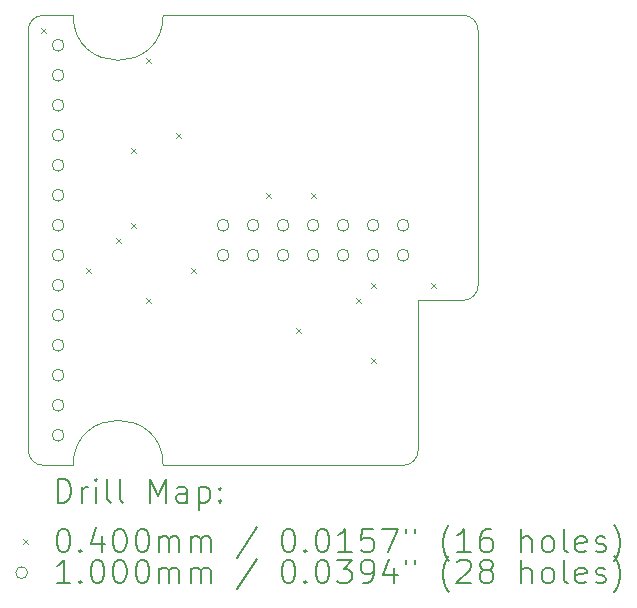
<source format=gbr>
%TF.GenerationSoftware,KiCad,Pcbnew,(6.0.9)*%
%TF.CreationDate,2022-11-19T16:43:42+01:00*%
%TF.ProjectId,Display Adapter,44697370-6c61-4792-9041-646170746572,V1.0*%
%TF.SameCoordinates,Original*%
%TF.FileFunction,Drillmap*%
%TF.FilePolarity,Positive*%
%FSLAX45Y45*%
G04 Gerber Fmt 4.5, Leading zero omitted, Abs format (unit mm)*
G04 Created by KiCad (PCBNEW (6.0.9)) date 2022-11-19 16:43:42*
%MOMM*%
%LPD*%
G01*
G04 APERTURE LIST*
%ADD10C,0.100000*%
%ADD11C,0.200000*%
%ADD12C,0.040000*%
G04 APERTURE END LIST*
D10*
X13335000Y-8382000D02*
G75*
G03*
X14097000Y-8382000I381000J0D01*
G01*
X12954000Y-12065000D02*
G75*
G03*
X13081000Y-12192000I127000J0D01*
G01*
X16637000Y-10795000D02*
X16256000Y-10795000D01*
X13081000Y-8382000D02*
G75*
G03*
X12954000Y-8509000I0J-127000D01*
G01*
X16764000Y-8509000D02*
G75*
G03*
X16637000Y-8382000I-127000J0D01*
G01*
X14097000Y-8382000D02*
X16637000Y-8382000D01*
X14097000Y-12192000D02*
G75*
G03*
X13335000Y-12192000I-381000J0D01*
G01*
X16764000Y-8509000D02*
X16764000Y-10668000D01*
X12954000Y-12065000D02*
X12954000Y-8509000D01*
X16129000Y-12192000D02*
X14097000Y-12192000D01*
X13335000Y-8382000D02*
X13081000Y-8382000D01*
X13335000Y-12192000D02*
X13081000Y-12192000D01*
X16256000Y-12065000D02*
X16256000Y-10795000D01*
X16637000Y-10795000D02*
G75*
G03*
X16764000Y-10668000I0J127000D01*
G01*
X16129000Y-12192000D02*
G75*
G03*
X16256000Y-12065000I0J127000D01*
G01*
D11*
D12*
X13061000Y-8489000D02*
X13101000Y-8529000D01*
X13101000Y-8489000D02*
X13061000Y-8529000D01*
X13442000Y-10521000D02*
X13482000Y-10561000D01*
X13482000Y-10521000D02*
X13442000Y-10561000D01*
X13696000Y-10267000D02*
X13736000Y-10307000D01*
X13736000Y-10267000D02*
X13696000Y-10307000D01*
X13823000Y-9505000D02*
X13863000Y-9545000D01*
X13863000Y-9505000D02*
X13823000Y-9545000D01*
X13823000Y-10140000D02*
X13863000Y-10180000D01*
X13863000Y-10140000D02*
X13823000Y-10180000D01*
X13950000Y-8743000D02*
X13990000Y-8783000D01*
X13990000Y-8743000D02*
X13950000Y-8783000D01*
X13950000Y-10775000D02*
X13990000Y-10815000D01*
X13990000Y-10775000D02*
X13950000Y-10815000D01*
X14204000Y-9378000D02*
X14244000Y-9418000D01*
X14244000Y-9378000D02*
X14204000Y-9418000D01*
X14331000Y-10521000D02*
X14371000Y-10561000D01*
X14371000Y-10521000D02*
X14331000Y-10561000D01*
X14966000Y-9886000D02*
X15006000Y-9926000D01*
X15006000Y-9886000D02*
X14966000Y-9926000D01*
X15220000Y-11029000D02*
X15260000Y-11069000D01*
X15260000Y-11029000D02*
X15220000Y-11069000D01*
X15347000Y-9886000D02*
X15387000Y-9926000D01*
X15387000Y-9886000D02*
X15347000Y-9926000D01*
X15728000Y-10775000D02*
X15768000Y-10815000D01*
X15768000Y-10775000D02*
X15728000Y-10815000D01*
X15855000Y-10648000D02*
X15895000Y-10688000D01*
X15895000Y-10648000D02*
X15855000Y-10688000D01*
X15855000Y-11283000D02*
X15895000Y-11323000D01*
X15895000Y-11283000D02*
X15855000Y-11323000D01*
X16363000Y-10648000D02*
X16403000Y-10688000D01*
X16403000Y-10648000D02*
X16363000Y-10688000D01*
D10*
X13258000Y-8636000D02*
G75*
G03*
X13258000Y-8636000I-50000J0D01*
G01*
X13258000Y-8890000D02*
G75*
G03*
X13258000Y-8890000I-50000J0D01*
G01*
X13258000Y-9144000D02*
G75*
G03*
X13258000Y-9144000I-50000J0D01*
G01*
X13258000Y-9398000D02*
G75*
G03*
X13258000Y-9398000I-50000J0D01*
G01*
X13258000Y-9652000D02*
G75*
G03*
X13258000Y-9652000I-50000J0D01*
G01*
X13258000Y-9906000D02*
G75*
G03*
X13258000Y-9906000I-50000J0D01*
G01*
X13258000Y-10160000D02*
G75*
G03*
X13258000Y-10160000I-50000J0D01*
G01*
X13258000Y-10414000D02*
G75*
G03*
X13258000Y-10414000I-50000J0D01*
G01*
X13258000Y-10668000D02*
G75*
G03*
X13258000Y-10668000I-50000J0D01*
G01*
X13258000Y-10922000D02*
G75*
G03*
X13258000Y-10922000I-50000J0D01*
G01*
X13258000Y-11176000D02*
G75*
G03*
X13258000Y-11176000I-50000J0D01*
G01*
X13258000Y-11430000D02*
G75*
G03*
X13258000Y-11430000I-50000J0D01*
G01*
X13258000Y-11684000D02*
G75*
G03*
X13258000Y-11684000I-50000J0D01*
G01*
X13258000Y-11938000D02*
G75*
G03*
X13258000Y-11938000I-50000J0D01*
G01*
X14655000Y-10160000D02*
G75*
G03*
X14655000Y-10160000I-50000J0D01*
G01*
X14655000Y-10414000D02*
G75*
G03*
X14655000Y-10414000I-50000J0D01*
G01*
X14909000Y-10160000D02*
G75*
G03*
X14909000Y-10160000I-50000J0D01*
G01*
X14909000Y-10414000D02*
G75*
G03*
X14909000Y-10414000I-50000J0D01*
G01*
X15163000Y-10160000D02*
G75*
G03*
X15163000Y-10160000I-50000J0D01*
G01*
X15163000Y-10414000D02*
G75*
G03*
X15163000Y-10414000I-50000J0D01*
G01*
X15417000Y-10160000D02*
G75*
G03*
X15417000Y-10160000I-50000J0D01*
G01*
X15417000Y-10414000D02*
G75*
G03*
X15417000Y-10414000I-50000J0D01*
G01*
X15671000Y-10160000D02*
G75*
G03*
X15671000Y-10160000I-50000J0D01*
G01*
X15671000Y-10414000D02*
G75*
G03*
X15671000Y-10414000I-50000J0D01*
G01*
X15925000Y-10160000D02*
G75*
G03*
X15925000Y-10160000I-50000J0D01*
G01*
X15925000Y-10414000D02*
G75*
G03*
X15925000Y-10414000I-50000J0D01*
G01*
X16179000Y-10160000D02*
G75*
G03*
X16179000Y-10160000I-50000J0D01*
G01*
X16179000Y-10414000D02*
G75*
G03*
X16179000Y-10414000I-50000J0D01*
G01*
D11*
X13206619Y-12507476D02*
X13206619Y-12307476D01*
X13254238Y-12307476D01*
X13282809Y-12317000D01*
X13301857Y-12336048D01*
X13311381Y-12355095D01*
X13320905Y-12393190D01*
X13320905Y-12421762D01*
X13311381Y-12459857D01*
X13301857Y-12478905D01*
X13282809Y-12497952D01*
X13254238Y-12507476D01*
X13206619Y-12507476D01*
X13406619Y-12507476D02*
X13406619Y-12374143D01*
X13406619Y-12412238D02*
X13416143Y-12393190D01*
X13425667Y-12383667D01*
X13444714Y-12374143D01*
X13463762Y-12374143D01*
X13530428Y-12507476D02*
X13530428Y-12374143D01*
X13530428Y-12307476D02*
X13520905Y-12317000D01*
X13530428Y-12326524D01*
X13539952Y-12317000D01*
X13530428Y-12307476D01*
X13530428Y-12326524D01*
X13654238Y-12507476D02*
X13635190Y-12497952D01*
X13625667Y-12478905D01*
X13625667Y-12307476D01*
X13759000Y-12507476D02*
X13739952Y-12497952D01*
X13730428Y-12478905D01*
X13730428Y-12307476D01*
X13987571Y-12507476D02*
X13987571Y-12307476D01*
X14054238Y-12450333D01*
X14120905Y-12307476D01*
X14120905Y-12507476D01*
X14301857Y-12507476D02*
X14301857Y-12402714D01*
X14292333Y-12383667D01*
X14273286Y-12374143D01*
X14235190Y-12374143D01*
X14216143Y-12383667D01*
X14301857Y-12497952D02*
X14282809Y-12507476D01*
X14235190Y-12507476D01*
X14216143Y-12497952D01*
X14206619Y-12478905D01*
X14206619Y-12459857D01*
X14216143Y-12440809D01*
X14235190Y-12431286D01*
X14282809Y-12431286D01*
X14301857Y-12421762D01*
X14397095Y-12374143D02*
X14397095Y-12574143D01*
X14397095Y-12383667D02*
X14416143Y-12374143D01*
X14454238Y-12374143D01*
X14473286Y-12383667D01*
X14482809Y-12393190D01*
X14492333Y-12412238D01*
X14492333Y-12469381D01*
X14482809Y-12488428D01*
X14473286Y-12497952D01*
X14454238Y-12507476D01*
X14416143Y-12507476D01*
X14397095Y-12497952D01*
X14578048Y-12488428D02*
X14587571Y-12497952D01*
X14578048Y-12507476D01*
X14568524Y-12497952D01*
X14578048Y-12488428D01*
X14578048Y-12507476D01*
X14578048Y-12383667D02*
X14587571Y-12393190D01*
X14578048Y-12402714D01*
X14568524Y-12393190D01*
X14578048Y-12383667D01*
X14578048Y-12402714D01*
D12*
X12909000Y-12817000D02*
X12949000Y-12857000D01*
X12949000Y-12817000D02*
X12909000Y-12857000D01*
D11*
X13244714Y-12727476D02*
X13263762Y-12727476D01*
X13282809Y-12737000D01*
X13292333Y-12746524D01*
X13301857Y-12765571D01*
X13311381Y-12803667D01*
X13311381Y-12851286D01*
X13301857Y-12889381D01*
X13292333Y-12908428D01*
X13282809Y-12917952D01*
X13263762Y-12927476D01*
X13244714Y-12927476D01*
X13225667Y-12917952D01*
X13216143Y-12908428D01*
X13206619Y-12889381D01*
X13197095Y-12851286D01*
X13197095Y-12803667D01*
X13206619Y-12765571D01*
X13216143Y-12746524D01*
X13225667Y-12737000D01*
X13244714Y-12727476D01*
X13397095Y-12908428D02*
X13406619Y-12917952D01*
X13397095Y-12927476D01*
X13387571Y-12917952D01*
X13397095Y-12908428D01*
X13397095Y-12927476D01*
X13578048Y-12794143D02*
X13578048Y-12927476D01*
X13530428Y-12717952D02*
X13482809Y-12860809D01*
X13606619Y-12860809D01*
X13720905Y-12727476D02*
X13739952Y-12727476D01*
X13759000Y-12737000D01*
X13768524Y-12746524D01*
X13778048Y-12765571D01*
X13787571Y-12803667D01*
X13787571Y-12851286D01*
X13778048Y-12889381D01*
X13768524Y-12908428D01*
X13759000Y-12917952D01*
X13739952Y-12927476D01*
X13720905Y-12927476D01*
X13701857Y-12917952D01*
X13692333Y-12908428D01*
X13682809Y-12889381D01*
X13673286Y-12851286D01*
X13673286Y-12803667D01*
X13682809Y-12765571D01*
X13692333Y-12746524D01*
X13701857Y-12737000D01*
X13720905Y-12727476D01*
X13911381Y-12727476D02*
X13930428Y-12727476D01*
X13949476Y-12737000D01*
X13959000Y-12746524D01*
X13968524Y-12765571D01*
X13978048Y-12803667D01*
X13978048Y-12851286D01*
X13968524Y-12889381D01*
X13959000Y-12908428D01*
X13949476Y-12917952D01*
X13930428Y-12927476D01*
X13911381Y-12927476D01*
X13892333Y-12917952D01*
X13882809Y-12908428D01*
X13873286Y-12889381D01*
X13863762Y-12851286D01*
X13863762Y-12803667D01*
X13873286Y-12765571D01*
X13882809Y-12746524D01*
X13892333Y-12737000D01*
X13911381Y-12727476D01*
X14063762Y-12927476D02*
X14063762Y-12794143D01*
X14063762Y-12813190D02*
X14073286Y-12803667D01*
X14092333Y-12794143D01*
X14120905Y-12794143D01*
X14139952Y-12803667D01*
X14149476Y-12822714D01*
X14149476Y-12927476D01*
X14149476Y-12822714D02*
X14159000Y-12803667D01*
X14178048Y-12794143D01*
X14206619Y-12794143D01*
X14225667Y-12803667D01*
X14235190Y-12822714D01*
X14235190Y-12927476D01*
X14330428Y-12927476D02*
X14330428Y-12794143D01*
X14330428Y-12813190D02*
X14339952Y-12803667D01*
X14359000Y-12794143D01*
X14387571Y-12794143D01*
X14406619Y-12803667D01*
X14416143Y-12822714D01*
X14416143Y-12927476D01*
X14416143Y-12822714D02*
X14425667Y-12803667D01*
X14444714Y-12794143D01*
X14473286Y-12794143D01*
X14492333Y-12803667D01*
X14501857Y-12822714D01*
X14501857Y-12927476D01*
X14892333Y-12717952D02*
X14720905Y-12975095D01*
X15149476Y-12727476D02*
X15168524Y-12727476D01*
X15187571Y-12737000D01*
X15197095Y-12746524D01*
X15206619Y-12765571D01*
X15216143Y-12803667D01*
X15216143Y-12851286D01*
X15206619Y-12889381D01*
X15197095Y-12908428D01*
X15187571Y-12917952D01*
X15168524Y-12927476D01*
X15149476Y-12927476D01*
X15130428Y-12917952D01*
X15120905Y-12908428D01*
X15111381Y-12889381D01*
X15101857Y-12851286D01*
X15101857Y-12803667D01*
X15111381Y-12765571D01*
X15120905Y-12746524D01*
X15130428Y-12737000D01*
X15149476Y-12727476D01*
X15301857Y-12908428D02*
X15311381Y-12917952D01*
X15301857Y-12927476D01*
X15292333Y-12917952D01*
X15301857Y-12908428D01*
X15301857Y-12927476D01*
X15435190Y-12727476D02*
X15454238Y-12727476D01*
X15473286Y-12737000D01*
X15482809Y-12746524D01*
X15492333Y-12765571D01*
X15501857Y-12803667D01*
X15501857Y-12851286D01*
X15492333Y-12889381D01*
X15482809Y-12908428D01*
X15473286Y-12917952D01*
X15454238Y-12927476D01*
X15435190Y-12927476D01*
X15416143Y-12917952D01*
X15406619Y-12908428D01*
X15397095Y-12889381D01*
X15387571Y-12851286D01*
X15387571Y-12803667D01*
X15397095Y-12765571D01*
X15406619Y-12746524D01*
X15416143Y-12737000D01*
X15435190Y-12727476D01*
X15692333Y-12927476D02*
X15578048Y-12927476D01*
X15635190Y-12927476D02*
X15635190Y-12727476D01*
X15616143Y-12756048D01*
X15597095Y-12775095D01*
X15578048Y-12784619D01*
X15873286Y-12727476D02*
X15778048Y-12727476D01*
X15768524Y-12822714D01*
X15778048Y-12813190D01*
X15797095Y-12803667D01*
X15844714Y-12803667D01*
X15863762Y-12813190D01*
X15873286Y-12822714D01*
X15882809Y-12841762D01*
X15882809Y-12889381D01*
X15873286Y-12908428D01*
X15863762Y-12917952D01*
X15844714Y-12927476D01*
X15797095Y-12927476D01*
X15778048Y-12917952D01*
X15768524Y-12908428D01*
X15949476Y-12727476D02*
X16082809Y-12727476D01*
X15997095Y-12927476D01*
X16149476Y-12727476D02*
X16149476Y-12765571D01*
X16225667Y-12727476D02*
X16225667Y-12765571D01*
X16520905Y-13003667D02*
X16511381Y-12994143D01*
X16492333Y-12965571D01*
X16482809Y-12946524D01*
X16473286Y-12917952D01*
X16463762Y-12870333D01*
X16463762Y-12832238D01*
X16473286Y-12784619D01*
X16482809Y-12756048D01*
X16492333Y-12737000D01*
X16511381Y-12708428D01*
X16520905Y-12698905D01*
X16701857Y-12927476D02*
X16587571Y-12927476D01*
X16644714Y-12927476D02*
X16644714Y-12727476D01*
X16625667Y-12756048D01*
X16606619Y-12775095D01*
X16587571Y-12784619D01*
X16873286Y-12727476D02*
X16835190Y-12727476D01*
X16816143Y-12737000D01*
X16806619Y-12746524D01*
X16787571Y-12775095D01*
X16778048Y-12813190D01*
X16778048Y-12889381D01*
X16787571Y-12908428D01*
X16797095Y-12917952D01*
X16816143Y-12927476D01*
X16854238Y-12927476D01*
X16873286Y-12917952D01*
X16882810Y-12908428D01*
X16892333Y-12889381D01*
X16892333Y-12841762D01*
X16882810Y-12822714D01*
X16873286Y-12813190D01*
X16854238Y-12803667D01*
X16816143Y-12803667D01*
X16797095Y-12813190D01*
X16787571Y-12822714D01*
X16778048Y-12841762D01*
X17130429Y-12927476D02*
X17130429Y-12727476D01*
X17216143Y-12927476D02*
X17216143Y-12822714D01*
X17206619Y-12803667D01*
X17187571Y-12794143D01*
X17159000Y-12794143D01*
X17139952Y-12803667D01*
X17130429Y-12813190D01*
X17339952Y-12927476D02*
X17320905Y-12917952D01*
X17311381Y-12908428D01*
X17301857Y-12889381D01*
X17301857Y-12832238D01*
X17311381Y-12813190D01*
X17320905Y-12803667D01*
X17339952Y-12794143D01*
X17368524Y-12794143D01*
X17387571Y-12803667D01*
X17397095Y-12813190D01*
X17406619Y-12832238D01*
X17406619Y-12889381D01*
X17397095Y-12908428D01*
X17387571Y-12917952D01*
X17368524Y-12927476D01*
X17339952Y-12927476D01*
X17520905Y-12927476D02*
X17501857Y-12917952D01*
X17492333Y-12898905D01*
X17492333Y-12727476D01*
X17673286Y-12917952D02*
X17654238Y-12927476D01*
X17616143Y-12927476D01*
X17597095Y-12917952D01*
X17587571Y-12898905D01*
X17587571Y-12822714D01*
X17597095Y-12803667D01*
X17616143Y-12794143D01*
X17654238Y-12794143D01*
X17673286Y-12803667D01*
X17682810Y-12822714D01*
X17682810Y-12841762D01*
X17587571Y-12860809D01*
X17759000Y-12917952D02*
X17778048Y-12927476D01*
X17816143Y-12927476D01*
X17835190Y-12917952D01*
X17844714Y-12898905D01*
X17844714Y-12889381D01*
X17835190Y-12870333D01*
X17816143Y-12860809D01*
X17787571Y-12860809D01*
X17768524Y-12851286D01*
X17759000Y-12832238D01*
X17759000Y-12822714D01*
X17768524Y-12803667D01*
X17787571Y-12794143D01*
X17816143Y-12794143D01*
X17835190Y-12803667D01*
X17911381Y-13003667D02*
X17920905Y-12994143D01*
X17939952Y-12965571D01*
X17949476Y-12946524D01*
X17959000Y-12917952D01*
X17968524Y-12870333D01*
X17968524Y-12832238D01*
X17959000Y-12784619D01*
X17949476Y-12756048D01*
X17939952Y-12737000D01*
X17920905Y-12708428D01*
X17911381Y-12698905D01*
D10*
X12949000Y-13101000D02*
G75*
G03*
X12949000Y-13101000I-50000J0D01*
G01*
D11*
X13311381Y-13191476D02*
X13197095Y-13191476D01*
X13254238Y-13191476D02*
X13254238Y-12991476D01*
X13235190Y-13020048D01*
X13216143Y-13039095D01*
X13197095Y-13048619D01*
X13397095Y-13172428D02*
X13406619Y-13181952D01*
X13397095Y-13191476D01*
X13387571Y-13181952D01*
X13397095Y-13172428D01*
X13397095Y-13191476D01*
X13530428Y-12991476D02*
X13549476Y-12991476D01*
X13568524Y-13001000D01*
X13578048Y-13010524D01*
X13587571Y-13029571D01*
X13597095Y-13067667D01*
X13597095Y-13115286D01*
X13587571Y-13153381D01*
X13578048Y-13172428D01*
X13568524Y-13181952D01*
X13549476Y-13191476D01*
X13530428Y-13191476D01*
X13511381Y-13181952D01*
X13501857Y-13172428D01*
X13492333Y-13153381D01*
X13482809Y-13115286D01*
X13482809Y-13067667D01*
X13492333Y-13029571D01*
X13501857Y-13010524D01*
X13511381Y-13001000D01*
X13530428Y-12991476D01*
X13720905Y-12991476D02*
X13739952Y-12991476D01*
X13759000Y-13001000D01*
X13768524Y-13010524D01*
X13778048Y-13029571D01*
X13787571Y-13067667D01*
X13787571Y-13115286D01*
X13778048Y-13153381D01*
X13768524Y-13172428D01*
X13759000Y-13181952D01*
X13739952Y-13191476D01*
X13720905Y-13191476D01*
X13701857Y-13181952D01*
X13692333Y-13172428D01*
X13682809Y-13153381D01*
X13673286Y-13115286D01*
X13673286Y-13067667D01*
X13682809Y-13029571D01*
X13692333Y-13010524D01*
X13701857Y-13001000D01*
X13720905Y-12991476D01*
X13911381Y-12991476D02*
X13930428Y-12991476D01*
X13949476Y-13001000D01*
X13959000Y-13010524D01*
X13968524Y-13029571D01*
X13978048Y-13067667D01*
X13978048Y-13115286D01*
X13968524Y-13153381D01*
X13959000Y-13172428D01*
X13949476Y-13181952D01*
X13930428Y-13191476D01*
X13911381Y-13191476D01*
X13892333Y-13181952D01*
X13882809Y-13172428D01*
X13873286Y-13153381D01*
X13863762Y-13115286D01*
X13863762Y-13067667D01*
X13873286Y-13029571D01*
X13882809Y-13010524D01*
X13892333Y-13001000D01*
X13911381Y-12991476D01*
X14063762Y-13191476D02*
X14063762Y-13058143D01*
X14063762Y-13077190D02*
X14073286Y-13067667D01*
X14092333Y-13058143D01*
X14120905Y-13058143D01*
X14139952Y-13067667D01*
X14149476Y-13086714D01*
X14149476Y-13191476D01*
X14149476Y-13086714D02*
X14159000Y-13067667D01*
X14178048Y-13058143D01*
X14206619Y-13058143D01*
X14225667Y-13067667D01*
X14235190Y-13086714D01*
X14235190Y-13191476D01*
X14330428Y-13191476D02*
X14330428Y-13058143D01*
X14330428Y-13077190D02*
X14339952Y-13067667D01*
X14359000Y-13058143D01*
X14387571Y-13058143D01*
X14406619Y-13067667D01*
X14416143Y-13086714D01*
X14416143Y-13191476D01*
X14416143Y-13086714D02*
X14425667Y-13067667D01*
X14444714Y-13058143D01*
X14473286Y-13058143D01*
X14492333Y-13067667D01*
X14501857Y-13086714D01*
X14501857Y-13191476D01*
X14892333Y-12981952D02*
X14720905Y-13239095D01*
X15149476Y-12991476D02*
X15168524Y-12991476D01*
X15187571Y-13001000D01*
X15197095Y-13010524D01*
X15206619Y-13029571D01*
X15216143Y-13067667D01*
X15216143Y-13115286D01*
X15206619Y-13153381D01*
X15197095Y-13172428D01*
X15187571Y-13181952D01*
X15168524Y-13191476D01*
X15149476Y-13191476D01*
X15130428Y-13181952D01*
X15120905Y-13172428D01*
X15111381Y-13153381D01*
X15101857Y-13115286D01*
X15101857Y-13067667D01*
X15111381Y-13029571D01*
X15120905Y-13010524D01*
X15130428Y-13001000D01*
X15149476Y-12991476D01*
X15301857Y-13172428D02*
X15311381Y-13181952D01*
X15301857Y-13191476D01*
X15292333Y-13181952D01*
X15301857Y-13172428D01*
X15301857Y-13191476D01*
X15435190Y-12991476D02*
X15454238Y-12991476D01*
X15473286Y-13001000D01*
X15482809Y-13010524D01*
X15492333Y-13029571D01*
X15501857Y-13067667D01*
X15501857Y-13115286D01*
X15492333Y-13153381D01*
X15482809Y-13172428D01*
X15473286Y-13181952D01*
X15454238Y-13191476D01*
X15435190Y-13191476D01*
X15416143Y-13181952D01*
X15406619Y-13172428D01*
X15397095Y-13153381D01*
X15387571Y-13115286D01*
X15387571Y-13067667D01*
X15397095Y-13029571D01*
X15406619Y-13010524D01*
X15416143Y-13001000D01*
X15435190Y-12991476D01*
X15568524Y-12991476D02*
X15692333Y-12991476D01*
X15625667Y-13067667D01*
X15654238Y-13067667D01*
X15673286Y-13077190D01*
X15682809Y-13086714D01*
X15692333Y-13105762D01*
X15692333Y-13153381D01*
X15682809Y-13172428D01*
X15673286Y-13181952D01*
X15654238Y-13191476D01*
X15597095Y-13191476D01*
X15578048Y-13181952D01*
X15568524Y-13172428D01*
X15787571Y-13191476D02*
X15825667Y-13191476D01*
X15844714Y-13181952D01*
X15854238Y-13172428D01*
X15873286Y-13143857D01*
X15882809Y-13105762D01*
X15882809Y-13029571D01*
X15873286Y-13010524D01*
X15863762Y-13001000D01*
X15844714Y-12991476D01*
X15806619Y-12991476D01*
X15787571Y-13001000D01*
X15778048Y-13010524D01*
X15768524Y-13029571D01*
X15768524Y-13077190D01*
X15778048Y-13096238D01*
X15787571Y-13105762D01*
X15806619Y-13115286D01*
X15844714Y-13115286D01*
X15863762Y-13105762D01*
X15873286Y-13096238D01*
X15882809Y-13077190D01*
X16054238Y-13058143D02*
X16054238Y-13191476D01*
X16006619Y-12981952D02*
X15959000Y-13124809D01*
X16082809Y-13124809D01*
X16149476Y-12991476D02*
X16149476Y-13029571D01*
X16225667Y-12991476D02*
X16225667Y-13029571D01*
X16520905Y-13267667D02*
X16511381Y-13258143D01*
X16492333Y-13229571D01*
X16482809Y-13210524D01*
X16473286Y-13181952D01*
X16463762Y-13134333D01*
X16463762Y-13096238D01*
X16473286Y-13048619D01*
X16482809Y-13020048D01*
X16492333Y-13001000D01*
X16511381Y-12972428D01*
X16520905Y-12962905D01*
X16587571Y-13010524D02*
X16597095Y-13001000D01*
X16616143Y-12991476D01*
X16663762Y-12991476D01*
X16682809Y-13001000D01*
X16692333Y-13010524D01*
X16701857Y-13029571D01*
X16701857Y-13048619D01*
X16692333Y-13077190D01*
X16578048Y-13191476D01*
X16701857Y-13191476D01*
X16816143Y-13077190D02*
X16797095Y-13067667D01*
X16787571Y-13058143D01*
X16778048Y-13039095D01*
X16778048Y-13029571D01*
X16787571Y-13010524D01*
X16797095Y-13001000D01*
X16816143Y-12991476D01*
X16854238Y-12991476D01*
X16873286Y-13001000D01*
X16882810Y-13010524D01*
X16892333Y-13029571D01*
X16892333Y-13039095D01*
X16882810Y-13058143D01*
X16873286Y-13067667D01*
X16854238Y-13077190D01*
X16816143Y-13077190D01*
X16797095Y-13086714D01*
X16787571Y-13096238D01*
X16778048Y-13115286D01*
X16778048Y-13153381D01*
X16787571Y-13172428D01*
X16797095Y-13181952D01*
X16816143Y-13191476D01*
X16854238Y-13191476D01*
X16873286Y-13181952D01*
X16882810Y-13172428D01*
X16892333Y-13153381D01*
X16892333Y-13115286D01*
X16882810Y-13096238D01*
X16873286Y-13086714D01*
X16854238Y-13077190D01*
X17130429Y-13191476D02*
X17130429Y-12991476D01*
X17216143Y-13191476D02*
X17216143Y-13086714D01*
X17206619Y-13067667D01*
X17187571Y-13058143D01*
X17159000Y-13058143D01*
X17139952Y-13067667D01*
X17130429Y-13077190D01*
X17339952Y-13191476D02*
X17320905Y-13181952D01*
X17311381Y-13172428D01*
X17301857Y-13153381D01*
X17301857Y-13096238D01*
X17311381Y-13077190D01*
X17320905Y-13067667D01*
X17339952Y-13058143D01*
X17368524Y-13058143D01*
X17387571Y-13067667D01*
X17397095Y-13077190D01*
X17406619Y-13096238D01*
X17406619Y-13153381D01*
X17397095Y-13172428D01*
X17387571Y-13181952D01*
X17368524Y-13191476D01*
X17339952Y-13191476D01*
X17520905Y-13191476D02*
X17501857Y-13181952D01*
X17492333Y-13162905D01*
X17492333Y-12991476D01*
X17673286Y-13181952D02*
X17654238Y-13191476D01*
X17616143Y-13191476D01*
X17597095Y-13181952D01*
X17587571Y-13162905D01*
X17587571Y-13086714D01*
X17597095Y-13067667D01*
X17616143Y-13058143D01*
X17654238Y-13058143D01*
X17673286Y-13067667D01*
X17682810Y-13086714D01*
X17682810Y-13105762D01*
X17587571Y-13124809D01*
X17759000Y-13181952D02*
X17778048Y-13191476D01*
X17816143Y-13191476D01*
X17835190Y-13181952D01*
X17844714Y-13162905D01*
X17844714Y-13153381D01*
X17835190Y-13134333D01*
X17816143Y-13124809D01*
X17787571Y-13124809D01*
X17768524Y-13115286D01*
X17759000Y-13096238D01*
X17759000Y-13086714D01*
X17768524Y-13067667D01*
X17787571Y-13058143D01*
X17816143Y-13058143D01*
X17835190Y-13067667D01*
X17911381Y-13267667D02*
X17920905Y-13258143D01*
X17939952Y-13229571D01*
X17949476Y-13210524D01*
X17959000Y-13181952D01*
X17968524Y-13134333D01*
X17968524Y-13096238D01*
X17959000Y-13048619D01*
X17949476Y-13020048D01*
X17939952Y-13001000D01*
X17920905Y-12972428D01*
X17911381Y-12962905D01*
M02*

</source>
